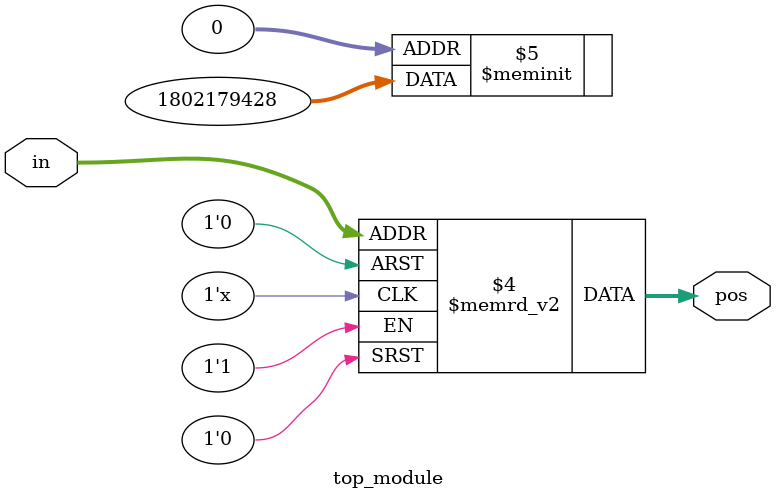
<source format=sv>
module top_module (
    input [3:0] in,
    output reg [1:0] pos
);

always @(*) begin
    case(in)
        4'b0000: pos = 2'b00;
        4'b0001: pos = 2'b01;
        4'b0010: pos = 2'b10;
        4'b0011: pos = 2'b01;
        4'b0100: pos = 2'b11;
        4'b0101: pos = 2'b00;
        4'b0110: pos = 2'b01;
        4'b0111: pos = 2'b00;
        4'b1000: pos = 2'b11;
        4'b1001: pos = 2'b10;
        4'b1010: pos = 2'b10;
        4'b1011: pos = 2'b01;
        4'b1100: pos = 2'b11;
        4'b1101: pos = 2'b10;
        4'b1110: pos = 2'b10;
        4'b1111: pos = 2'b01;
    endcase
end

endmodule

</source>
